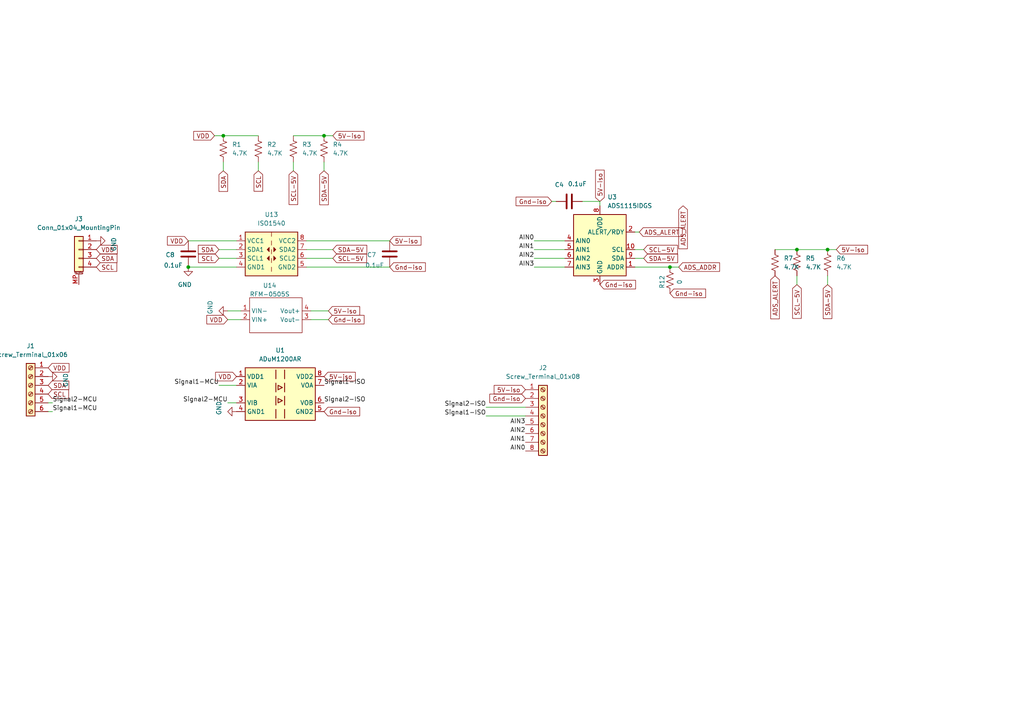
<source format=kicad_sch>
(kicad_sch (version 20250114) (generator "eeschema") (generator_version "9.0")
  (paper "A4")
  (lib_symbols
    (symbol "Analog_ADC:ADS1115IDGS"
      (property "Reference" "U" (at 2.54 13.97 0))
      (property "Value" "ADS1115IDGS" (at 7.62 11.43 0))
      (symbol "ADS1115IDGS_0_1"
        (rectangle (start -7.62 10.16) (end 7.62 -7.62) (stroke (width 0.254)) (fill (type background)))
      )
      (symbol "ADS1115IDGS_1_1"
        (pin input line (at -10.16 2.54 0) (length 2.54) (name "AIN0") (number "4"))
        (pin input line (at -10.16 0 0) (length 2.54) (name "AIN1") (number "5"))
        (pin input line (at -10.16 -2.54 0) (length 2.54) (name "AIN2") (number "6"))
        (pin input line (at -10.16 -5.08 0) (length 2.54) (name "AIN3") (number "7"))
        (pin power_in line (at 0 12.7 270) (length 2.54) (name "VDD") (number "8"))
        (pin power_in line (at 0 -10.16 90) (length 2.54) (name "GND") (number "3"))
        (pin output line (at 10.16 5.08 180) (length 2.54) (name "ALERT/RDY") (number "2"))
        (pin input line (at 10.16 0 180) (length 2.54) (name "SCL") (number "10"))
        (pin bidirectional line (at 10.16 -2.54 180) (length 2.54) (name "SDA") (number "9"))
        (pin input line (at 10.16 -5.08 180) (length 2.54) (name "ADDR") (number "1"))
      )
    )
    (symbol "Connector:Screw_Terminal_01x06" (pin_names (offset 1.016) (hide yes))
      (property "Reference" "J" (at 0 7.62 0))
      (property "Value" "Screw_Terminal_01x06" (at 0 -10.16 0))
      (symbol "Screw_Terminal_01x06_1_1"
        (rectangle (start -1.27 6.35) (end 1.27 -8.89) (stroke (width 0.254)) (fill (type background)))
        (polyline (pts (xy -0.5334 5.4102) (xy 0.3302 4.572)) (stroke (width 0.1524)))
        (polyline (pts (xy -0.5334 2.8702) (xy 0.3302 2.032)) (stroke (width 0.1524)))
        (polyline (pts (xy -0.5334 0.3302) (xy 0.3302 -0.508)) (stroke (width 0.1524)))
        (polyline (pts (xy -0.5334 -2.2098) (xy 0.3302 -3.048)) (stroke (width 0.1524)))
        (polyline (pts (xy -0.5334 -4.7498) (xy 0.3302 -5.588)) (stroke (width 0.1524)))
        (polyline (pts (xy -0.5334 -7.2898) (xy 0.3302 -8.128)) (stroke (width 0.1524)))
        (polyline (pts (xy -0.3556 5.588) (xy 0.508 4.7498)) (stroke (width 0.1524)))
        (polyline (pts (xy -0.3556 3.048) (xy 0.508 2.2098)) (stroke (width 0.1524)))
        (polyline (pts (xy -0.3556 0.508) (xy 0.508 -0.3302)) (stroke (width 0.1524)))
        (polyline (pts (xy -0.3556 -2.032) (xy 0.508 -2.8702)) (stroke (width 0.1524)))
        (polyline (pts (xy -0.3556 -4.572) (xy 0.508 -5.4102)) (stroke (width 0.1524)))
        (polyline (pts (xy -0.3556 -7.112) (xy 0.508 -7.9502)) (stroke (width 0.1524)))
        (circle (center 0 5.08) (radius 0.635) (stroke (width 0.1524)))
        (circle (center 0 2.54) (radius 0.635) (stroke (width 0.1524)))
        (circle (center 0 0) (radius 0.635) (stroke (width 0.1524)))
        (circle (center 0 -2.54) (radius 0.635) (stroke (width 0.1524)))
        (circle (center 0 -5.08) (radius 0.635) (stroke (width 0.1524)))
        (circle (center 0 -7.62) (radius 0.635) (stroke (width 0.1524)))
        (pin passive line (at -5.08 5.08 0) (length 3.81) (name "Pin_1") (number "1"))
        (pin passive line (at -5.08 2.54 0) (length 3.81) (name "Pin_2") (number "2"))
        (pin passive line (at -5.08 0 0) (length 3.81) (name "Pin_3") (number "3"))
        (pin passive line (at -5.08 -2.54 0) (length 3.81) (name "Pin_4") (number "4"))
        (pin passive line (at -5.08 -5.08 0) (length 3.81) (name "Pin_5") (number "5"))
        (pin passive line (at -5.08 -7.62 0) (length 3.81) (name "Pin_6") (number "6"))
      )
    )
    (symbol "Connector:Screw_Terminal_01x08" (pin_names (offset 1.016) (hide yes))
      (property "Reference" "J" (at 0 10.16 0))
      (property "Value" "Screw_Terminal_01x08" (at 0 -12.7 0))
      (symbol "Screw_Terminal_01x08_1_1"
        (rectangle (start -1.27 8.89) (end 1.27 -11.43) (stroke (width 0.254)) (fill (type background)))
        (polyline (pts (xy -0.5334 7.9502) (xy 0.3302 7.112)) (stroke (width 0.1524)))
        (polyline (pts (xy -0.5334 5.4102) (xy 0.3302 4.572)) (stroke (width 0.1524)))
        (polyline (pts (xy -0.5334 2.8702) (xy 0.3302 2.032)) (stroke (width 0.1524)))
        (polyline (pts (xy -0.5334 0.3302) (xy 0.3302 -0.508)) (stroke (width 0.1524)))
        (polyline (pts (xy -0.5334 -2.2098) (xy 0.3302 -3.048)) (stroke (width 0.1524)))
        (polyline (pts (xy -0.5334 -4.7498) (xy 0.3302 -5.588)) (stroke (width 0.1524)))
        (polyline (pts (xy -0.5334 -7.2898) (xy 0.3302 -8.128)) (stroke (width 0.1524)))
        (polyline (pts (xy -0.5334 -9.8298) (xy 0.3302 -10.668)) (stroke (width 0.1524)))
        (polyline (pts (xy -0.3556 8.128) (xy 0.508 7.2898)) (stroke (width 0.1524)))
        (polyline (pts (xy -0.3556 5.588) (xy 0.508 4.7498)) (stroke (width 0.1524)))
        (polyline (pts (xy -0.3556 3.048) (xy 0.508 2.2098)) (stroke (width 0.1524)))
        (polyline (pts (xy -0.3556 0.508) (xy 0.508 -0.3302)) (stroke (width 0.1524)))
        (polyline (pts (xy -0.3556 -2.032) (xy 0.508 -2.8702)) (stroke (width 0.1524)))
        (polyline (pts (xy -0.3556 -4.572) (xy 0.508 -5.4102)) (stroke (width 0.1524)))
        (polyline (pts (xy -0.3556 -7.112) (xy 0.508 -7.9502)) (stroke (width 0.1524)))
        (polyline (pts (xy -0.3556 -9.652) (xy 0.508 -10.4902)) (stroke (width 0.1524)))
        (circle (center 0 7.62) (radius 0.635) (stroke (width 0.1524)))
        (circle (center 0 5.08) (radius 0.635) (stroke (width 0.1524)))
        (circle (center 0 2.54) (radius 0.635) (stroke (width 0.1524)))
        (circle (center 0 0) (radius 0.635) (stroke (width 0.1524)))
        (circle (center 0 -2.54) (radius 0.635) (stroke (width 0.1524)))
        (circle (center 0 -5.08) (radius 0.635) (stroke (width 0.1524)))
        (circle (center 0 -7.62) (radius 0.635) (stroke (width 0.1524)))
        (circle (center 0 -10.16) (radius 0.635) (stroke (width 0.1524)))
        (pin passive line (at -5.08 7.62 0) (length 3.81) (name "Pin_1") (number "1"))
        (pin passive line (at -5.08 5.08 0) (length 3.81) (name "Pin_2") (number "2"))
        (pin passive line (at -5.08 2.54 0) (length 3.81) (name "Pin_3") (number "3"))
        (pin passive line (at -5.08 0 0) (length 3.81) (name "Pin_4") (number "4"))
        (pin passive line (at -5.08 -2.54 0) (length 3.81) (name "Pin_5") (number "5"))
        (pin passive line (at -5.08 -5.08 0) (length 3.81) (name "Pin_6") (number "6"))
        (pin passive line (at -5.08 -7.62 0) (length 3.81) (name "Pin_7") (number "7"))
        (pin passive line (at -5.08 -10.16 0) (length 3.81) (name "Pin_8") (number "8"))
      )
    )
    (symbol "Connector_Generic_MountingPin:Conn_01x04_MountingPin" (pin_names (offset 1.016) (hide yes))
      (property "Reference" "J" (at 0 5.08 0))
      (property "Value" "Conn_01x04_MountingPin" (at 1.27 -7.62 0))
      (symbol "Conn_01x04_MountingPin_1_1"
        (rectangle (start -1.27 3.81) (end 1.27 -6.35) (stroke (width 0.254)) (fill (type background)))
        (rectangle (start -1.27 2.667) (end 0 2.413) (stroke (width 0.1524)))
        (rectangle (start -1.27 0.127) (end 0 -0.127) (stroke (width 0.1524)))
        (rectangle (start -1.27 -2.413) (end 0 -2.667) (stroke (width 0.1524)))
        (rectangle (start -1.27 -4.953) (end 0 -5.207) (stroke (width 0.1524)))
        (polyline (pts (xy -1.016 -7.112) (xy 1.016 -7.112)) (stroke (width 0.1524)))
        (text "Mounting" (at 0 -6.731 0) (effects (font (size 0.381 0.381))))
        (pin passive line (at -5.08 2.54 0) (length 3.81) (name "Pin_1") (number "1"))
        (pin passive line (at -5.08 0 0) (length 3.81) (name "Pin_2") (number "2"))
        (pin passive line (at -5.08 -2.54 0) (length 3.81) (name "Pin_3") (number "3"))
        (pin passive line (at -5.08 -5.08 0) (length 3.81) (name "Pin_4") (number "4"))
        (pin passive line (at 0 -10.16 90) (length 3.048) (name "MountPin") (number "MP"))
      )
    )
    (symbol "CustomAdded:RFM_0505"
      (property "Reference" "U" (at 0 0 0))
      (property "Value" "RFM-0505S" (at 0 0 0))
      (symbol "RFM_0505_0_1"
        (rectangle (start 1.27 -1.27) (end 16.51 -11.43))
      )
      (symbol "RFM_0505_1_1"
        (pin power_in line (at -1.27 -5.08 0) (length 2.54) (name "VIN-") (number "1"))
        (pin power_in line (at -1.27 -7.62 0) (length 2.54) (name "VIN+") (number "2"))
        (pin power_out line (at 19.05 -5.08 180) (length 2.54) (name "Vout+") (number "4"))
        (pin power_out line (at 19.05 -7.62 180) (length 2.54) (name "Vout-") (number "3"))
      )
    )
    (symbol "Device:C" (pin_numbers (hide yes)) (pin_names (offset 0.254))
      (property "Reference" "C" (at 0.635 2.54 0))
      (property "Value" "C" (at 0.635 -2.54 0))
      (symbol "C_0_1"
        (polyline (pts (xy -2.032 0.762) (xy 2.032 0.762)) (stroke (width 0.508)))
        (polyline (pts (xy -2.032 -0.762) (xy 2.032 -0.762)) (stroke (width 0.508)))
      )
      (symbol "C_1_1"
        (pin passive line (at 0 3.81 270) (length 2.794) (name "~") (number "1"))
        (pin passive line (at 0 -3.81 90) (length 2.794) (name "~") (number "2"))
      )
    )
    (symbol "Device:R_US" (pin_numbers (hide yes)) (pin_names (offset 0))
      (property "Reference" "R" (at 2.54 0 90))
      (property "Value" "R_US" (at -2.54 0 90))
      (symbol "R_US_0_1"
        (polyline (pts (xy 0 2.286) (xy 0 2.54)))
        (polyline (pts (xy 0 2.286) (xy 1.016 1.905) (xy 0 1.524) (xy -1.016 1.143) (xy 0 0.762)))
        (polyline (pts (xy 0 0.762) (xy 1.016 0.381) (xy 0 0) (xy -1.016 -0.381) (xy 0 -0.762)))
        (polyline (pts (xy 0 -0.762) (xy 1.016 -1.143) (xy 0 -1.524) (xy -1.016 -1.905) (xy 0 -2.286)))
        (polyline (pts (xy 0 -2.286) (xy 0 -2.54)))
      )
      (symbol "R_US_1_1"
        (pin passive line (at 0 3.81 270) (length 1.27) (name "~") (number "1"))
        (pin passive line (at 0 -3.81 90) (length 1.27) (name "~") (number "2"))
      )
    )
    (symbol "Isolator:ADuM1200AR"
      (property "Reference" "U" (at -10.16 8.89 0))
      (property "Value" "ADuM1200AR" (at -2.032 8.89 0))
      (symbol "ADuM1200AR_0_1"
        (rectangle (start -10.16 7.62) (end 10.16 -7.62) (stroke (width 0.254)) (fill (type background)))
        (polyline (pts (xy -1.27 6.985) (xy -1.27 4.445)) (stroke (width 0.254)))
        (polyline (pts (xy -1.27 3.175) (xy -1.27 0.635)) (stroke (width 0.254)))
        (polyline (pts (xy -1.27 -0.635) (xy -1.27 -3.175)) (stroke (width 0.254)))
        (polyline (pts (xy -1.27 -4.445) (xy -1.27 -6.985)) (stroke (width 0.254)))
        (polyline (pts (xy -0.635 1.27) (xy 0.635 1.905) (xy -0.635 2.54) (xy -0.635 1.27)) (stroke (width 0.254)))
        (polyline (pts (xy -0.635 -1.27) (xy -0.635 -2.54) (xy 0.635 -1.905) (xy -0.635 -1.27)) (stroke (width 0.254)))
        (polyline (pts (xy 1.27 6.985) (xy 1.27 4.445)) (stroke (width 0.254)))
        (polyline (pts (xy 1.27 3.175) (xy 1.27 0.635)) (stroke (width 0.254)))
        (polyline (pts (xy 1.27 -0.635) (xy 1.27 -3.175)) (stroke (width 0.254)))
        (polyline (pts (xy 1.27 -4.445) (xy 1.27 -6.985)) (stroke (width 0.254)))
      )
      (symbol "ADuM1200AR_1_1"
        (pin power_in line (at -12.7 5.08 0) (length 2.54) (name "VDD1") (number "1"))
        (pin input line (at -12.7 2.54 0) (length 2.54) (name "VIA") (number "2"))
        (pin input line (at -12.7 -2.54 0) (length 2.54) (name "VIB") (number "3"))
        (pin power_in line (at -12.7 -5.08 0) (length 2.54) (name "GND1") (number "4"))
        (pin power_in line (at 12.7 5.08 180) (length 2.54) (name "VDD2") (number "8"))
        (pin output line (at 12.7 2.54 180) (length 2.54) (name "VOA") (number "7"))
        (pin output line (at 12.7 -2.54 180) (length 2.54) (name "VOB") (number "6"))
        (pin power_in line (at 12.7 -5.08 180) (length 2.54) (name "GND2") (number "5"))
      )
    )
    (symbol "Isolator:ISO1540"
      (property "Reference" "U" (at -6.35 6.35 0))
      (property "Value" "ISO1540" (at 3.81 6.35 0))
      (symbol "ISO1540_0_1"
        (rectangle (start -7.62 5.08) (end 7.62 -7.62) (stroke (width 0.254)) (fill (type background)))
        (polyline (pts (xy -0.635 0.635) (xy -1.27 0) (xy -0.635 -0.635) (xy -0.635 0.635)) (fill (type outline)))
        (polyline (pts (xy 0 5.08) (xy 0 3.81)))
        (polyline (pts (xy 0 2.54) (xy 0 1.27)))
        (polyline (pts (xy 0 0) (xy 0 -1.27)))
        (polyline (pts (xy 0 -2.54) (xy 0 -3.81)))
        (rectangle (start 0 -5.08) (end 0 -6.35))
        (polyline (pts (xy 0.635 0.635) (xy 1.27 0) (xy 0.635 -0.635) (xy 0.635 0.635)) (fill (type outline)))
        (polyline (pts (xy 0.635 -1.905) (xy 1.27 -2.54) (xy 0.635 -3.175) (xy 0.635 -1.905)) (fill (type outline)))
      )
      (symbol "ISO1540_1_1"
        (polyline (pts (xy -0.635 -1.905) (xy -1.27 -2.54) (xy -0.635 -3.175) (xy -0.635 -1.905)) (fill (type outline)))
        (pin power_in line (at -10.16 2.54 0) (length 2.54) (name "VCC1") (number "1"))
        (pin bidirectional line (at -10.16 0 0) (length 2.54) (name "SDA1") (number "2"))
        (pin bidirectional line (at -10.16 -2.54 0) (length 2.54) (name "SCL1") (number "3"))
        (pin power_in line (at -10.16 -5.08 0) (length 2.54) (name "GND1") (number "4"))
        (pin power_in line (at 10.16 2.54 180) (length 2.54) (name "VCC2") (number "8"))
        (pin bidirectional line (at 10.16 0 180) (length 2.54) (name "SDA2") (number "7"))
        (pin bidirectional line (at 10.16 -2.54 180) (length 2.54) (name "SCL2") (number "6"))
        (pin power_in line (at 10.16 -5.08 180) (length 2.54) (name "GND2") (number "5"))
      )
    )
    (symbol "power:GND" (power) (pin_names (offset 0))
      (property "Value" "GND" (at 0 -3.81 0))
      (symbol "GND_0_1"
        (polyline (pts (xy 0 0) (xy 0 -1.27) (xy 1.27 -1.27) (xy 0 -2.54) (xy -1.27 -1.27) (xy 0 -1.27)))
      )
      (symbol "GND_1_1"
        (pin power_in line (at 0 0 270) (length 0) (hide yes) (name "GND") (number "1"))
      )
    )
  )
  (junction (at 194.31 77.47))
  (junction (at 54.61 77.47))
  (junction (at 93.98 39.37))
  (junction (at 231.14 72.39))
  (junction (at 240.03 72.39))
  (junction (at 64.77 39.37))
  (wire (pts (xy 63.5 111.76) (xy 68.58 111.76)))
  (wire (pts (xy 63.5 74.93) (xy 68.58 74.93)))
  (wire (pts (xy 154.94 69.85) (xy 163.83 69.85)))
  (wire (pts (xy 64.77 39.37) (xy 62.23 39.37)))
  (wire (pts (xy 240.03 72.39) (xy 242.57 72.39)))
  (wire (pts (xy 93.98 49.53) (xy 93.98 46.99)))
  (wire (pts (xy 154.94 77.47) (xy 163.83 77.47)))
  (wire (pts (xy 63.5 72.39) (xy 68.58 72.39)))
  (wire (pts (xy 240.03 82.55) (xy 240.03 80.01)))
  (wire (pts (xy 66.04 92.71) (xy 69.85 92.71)))
  (wire (pts (xy 88.9 72.39) (xy 96.52 72.39)))
  (wire (pts (xy 93.98 39.37) (xy 96.52 39.37)))
  (wire (pts (xy 88.9 77.47) (xy 113.03 77.47)))
  (wire (pts (xy 54.61 77.47) (xy 68.58 77.47)))
  (wire (pts (xy 173.99 58.42) (xy 168.91 58.42)))
  (wire (pts (xy 185.42 67.31) (xy 184.15 67.31)))
  (wire (pts (xy 88.9 69.85) (xy 113.03 69.85)))
  (wire (pts (xy 140.97 118.11) (xy 152.4 118.11)))
  (wire (pts (xy 154.94 74.93) (xy 163.83 74.93)))
  (wire (pts (xy 196.85 77.47) (xy 194.31 77.47)))
  (wire (pts (xy 173.99 58.42) (xy 173.99 59.69)))
  (wire (pts (xy 74.93 46.99) (xy 74.93 49.53)))
  (wire (pts (xy 66.04 116.84) (xy 68.58 116.84)))
  (wire (pts (xy 15.24 116.84) (xy 13.97 116.84)))
  (wire (pts (xy 184.15 74.93) (xy 186.69 74.93)))
  (wire (pts (xy 224.79 72.39) (xy 231.14 72.39)))
  (wire (pts (xy 184.15 72.39) (xy 186.69 72.39)))
  (wire (pts (xy 85.09 49.53) (xy 85.09 46.99)))
  (wire (pts (xy 66.04 90.17) (xy 69.85 90.17)))
  (wire (pts (xy 231.14 82.55) (xy 231.14 80.01)))
  (wire (pts (xy 88.9 74.93) (xy 96.52 74.93)))
  (wire (pts (xy 64.77 49.53) (xy 64.77 46.99)))
  (wire (pts (xy 231.14 72.39) (xy 240.03 72.39)))
  (wire (pts (xy 140.97 120.65) (xy 152.4 120.65)))
  (wire (pts (xy 161.29 58.42) (xy 160.02 58.42)))
  (wire (pts (xy 90.17 92.71) (xy 95.25 92.71)))
  (wire (pts (xy 54.61 69.85) (xy 68.58 69.85)))
  (wire (pts (xy 154.94 72.39) (xy 163.83 72.39)))
  (wire (pts (xy 184.15 77.47) (xy 194.31 77.47)))
  (wire (pts (xy 85.09 39.37) (xy 93.98 39.37)))
  (wire (pts (xy 64.77 39.37) (xy 74.93 39.37)))
  (wire (pts (xy 90.17 90.17) (xy 95.25 90.17)))
  (wire (pts (xy 15.24 119.38) (xy 13.97 119.38)))
  (label "Signal1-ISO" (at 93.98 111.76 0))
  (label "AIN3" (at 154.94 77.47 180))
  (label "AIN0" (at 152.4 130.81 180))
  (label "AIN1" (at 152.4 128.27 180))
  (label "AIN0" (at 154.94 69.85 180))
  (label "AIN3" (at 152.4 123.19 180))
  (label "Signal2-MCU" (at 66.04 116.84 180))
  (label "Signal1-MCU" (at 15.24 119.38 0))
  (label "AIN2" (at 154.94 74.93 180))
  (label "Signal2-ISO" (at 140.97 118.11 180))
  (label "AIN2" (at 152.4 125.73 180))
  (label "Signal2-MCU" (at 15.24 116.84 0))
  (label "Signal2-ISO" (at 93.98 116.84 0))
  (label "Signal1-ISO" (at 140.97 120.65 180))
  (label "Signal1-MCU" (at 63.5 111.76 180))
  (label "AIN1" (at 154.94 72.39 180))
  (global_label "Gnd-iso" (shape input) (at 93.98 119.38 0) (property "Intersheetrefs" "${INTERSHEET_REFS}" (effects (hide yes))))
  (global_label "SCL" (shape input) (at 63.5 74.93 180) (property "Intersheetrefs" "${INTERSHEET_REFS}" (effects (hide yes))))
  (global_label "SCL" (shape input) (at 13.97 114.3 0) (property "Intersheetrefs" "${INTERSHEET_REFS}" (effects (hide yes))))
  (global_label "VDD" (shape input) (at 54.61 69.85 180) (property "Intersheetrefs" "${INTERSHEET_REFS}" (effects (hide yes))))
  (global_label "ADS_ADDR" (shape input) (at 196.85 77.47 0) (property "Intersheetrefs" "${INTERSHEET_REFS}" (effects (hide yes))))
  (global_label "SCL-5V" (shape input) (at 96.52 74.93 0) (property "Intersheetrefs" "${INTERSHEET_REFS}" (effects (hide yes))))
  (global_label "VDD" (shape input) (at 66.04 92.71 180) (property "Intersheetrefs" "${INTERSHEET_REFS}" (effects (hide yes))))
  (global_label "VDD" (shape input) (at 62.23 39.37 180) (property "Intersheetrefs" "${INTERSHEET_REFS}" (effects (hide yes))))
  (global_label "SCL-5V" (shape input) (at 85.09 49.53 270) (property "Intersheetrefs" "${INTERSHEET_REFS}" (effects (hide yes))))
  (global_label "5V-iso" (shape input) (at 113.03 69.85 0) (property "Intersheetrefs" "${INTERSHEET_REFS}" (effects (hide yes))))
  (global_label "SDA-5V" (shape input) (at 240.03 82.55 270) (property "Intersheetrefs" "${INTERSHEET_REFS}" (effects (hide yes))))
  (global_label "SDA" (shape input) (at 27.94 74.93 0) (property "Intersheetrefs" "${INTERSHEET_REFS}" (effects (hide yes))))
  (global_label "Gnd-iso" (shape input) (at 152.4 115.57 180) (property "Intersheetrefs" "${INTERSHEET_REFS}" (effects (hide yes))))
  (global_label "Gnd-iso" (shape input) (at 173.99 82.55 0) (property "Intersheetrefs" "${INTERSHEET_REFS}" (effects (hide yes))))
  (global_label "Gnd-iso" (shape input) (at 160.02 58.42 180) (property "Intersheetrefs" "${INTERSHEET_REFS}" (effects (hide yes))))
  (global_label "5V-iso" (shape input) (at 242.57 72.39 0) (property "Intersheetrefs" "${INTERSHEET_REFS}" (effects (hide yes))))
  (global_label "5V-iso" (shape input) (at 152.4 113.03 180) (property "Intersheetrefs" "${INTERSHEET_REFS}" (effects (hide yes))))
  (global_label "SDA" (shape input) (at 13.97 111.76 0) (property "Intersheetrefs" "${INTERSHEET_REFS}" (effects (hide yes))))
  (global_label "SDA-5V" (shape input) (at 96.52 72.39 0) (property "Intersheetrefs" "${INTERSHEET_REFS}" (effects (hide yes))))
  (global_label "VDD" (shape input) (at 68.58 109.22 180) (property "Intersheetrefs" "${INTERSHEET_REFS}" (effects (hide yes))))
  (global_label "SCL-5V" (shape input) (at 231.14 82.55 270) (property "Intersheetrefs" "${INTERSHEET_REFS}" (effects (hide yes))))
  (global_label "VDD" (shape input) (at 13.97 106.68 0) (property "Intersheetrefs" "${INTERSHEET_REFS}" (effects (hide yes))))
  (global_label "SCL" (shape input) (at 74.93 49.53 270) (property "Intersheetrefs" "${INTERSHEET_REFS}" (effects (hide yes))))
  (global_label "VDD" (shape input) (at 27.94 72.39 0) (property "Intersheetrefs" "${INTERSHEET_REFS}" (effects (hide yes))))
  (global_label "Gnd-iso" (shape input) (at 194.31 85.09 0) (property "Intersheetrefs" "${INTERSHEET_REFS}" (effects (hide yes))))
  (global_label "ADS_ALERT" (shape input) (at 198.12 59.69 270) (property "Intersheetrefs" "${INTERSHEET_REFS}" (effects (hide yes))))
  (global_label "Gnd-iso" (shape input) (at 95.25 92.71 0) (property "Intersheetrefs" "${INTERSHEET_REFS}" (effects (hide yes))))
  (global_label "SDA-5V" (shape input) (at 186.69 74.93 0) (property "Intersheetrefs" "${INTERSHEET_REFS}" (effects (hide yes))))
  (global_label "Gnd-iso" (shape input) (at 113.03 77.47 0) (property "Intersheetrefs" "${INTERSHEET_REFS}" (effects (hide yes))))
  (global_label "5V-iso" (shape input) (at 95.25 90.17 0) (property "Intersheetrefs" "${INTERSHEET_REFS}" (effects (hide yes))))
  (global_label "5V-iso" (shape input) (at 173.99 58.42 90) (property "Intersheetrefs" "${INTERSHEET_REFS}" (effects (hide yes))))
  (global_label "SCL" (shape input) (at 27.94 77.47 0) (property "Intersheetrefs" "${INTERSHEET_REFS}" (effects (hide yes))))
  (global_label "SDA-5V" (shape input) (at 93.98 49.53 270) (property "Intersheetrefs" "${INTERSHEET_REFS}" (effects (hide yes))))
  (global_label "SDA" (shape input) (at 64.77 49.53 270) (property "Intersheetrefs" "${INTERSHEET_REFS}" (effects (hide yes))))
  (global_label "SDA" (shape input) (at 63.5 72.39 180) (property "Intersheetrefs" "${INTERSHEET_REFS}" (effects (hide yes))))
  (global_label "ADS_ALERT" (shape input) (at 224.79 80.01 270) (property "Intersheetrefs" "${INTERSHEET_REFS}" (effects (hide yes))))
  (global_label "5V-iso" (shape input) (at 96.52 39.37 0) (property "Intersheetrefs" "${INTERSHEET_REFS}" (effects (hide yes))))
  (global_label "ADS_ALERT" (shape input) (at 185.42 67.31 0) (property "Intersheetrefs" "${INTERSHEET_REFS}" (effects (hide yes))))
  (global_label "SCL-5V" (shape input) (at 186.69 72.39 0) (property "Intersheetrefs" "${INTERSHEET_REFS}" (effects (hide yes))))
  (global_label "5V-iso" (shape input) (at 93.98 109.22 0) (property "Intersheetrefs" "${INTERSHEET_REFS}" (effects (hide yes))))
  (symbol (lib_id "Connector:Screw_Terminal_01x06") (at 8.89 111.76 0) (mirror y) (unit 1)
    (property "Reference" "J1" (at 8.89 100.33 0))
    (property "Value" "Screw_Terminal_01x06" (at 8.89 102.87 0))
    (property "Footprint" "Connector_PinHeader_2.54mm:PinHeader_1x06_P2.54mm_Vertical" (effects (hide yes)))
    (property "Description" "Generic screw terminal, single row, 01x06, script generated (kicad-library-utils/schlib/autogen/connector/)" (effects (hide yes)))
  )
  (symbol (lib_id "CustomAdded:RFM_0505") (at 71.12 85.09 0) (unit 1)
    (property "Reference" "U14" (at 78.232 82.804 0))
    (property "Value" "RFM-0505S" (at 78.232 85.344 0))
    (property "Footprint" "Library:XP SCT01F03S05" (effects (hide yes)))
  )
  (symbol (lib_id "power:GND") (at 68.58 119.38 270) (unit 1)
    (property "Reference" "#PWR01" (effects (hide yes)))
    (property "Value" "GND" (at 63.5 118.364 0))
    (property "Description" "Power symbol creates a global label with name \"GND\" , ground" (effects (hide yes)))
  )
  (symbol (lib_id "Analog_ADC:ADS1115IDGS") (at 173.99 72.39 0) (unit 1)
    (property "Reference" "U3" (at 176.1841 57.15 0) (effects (justify left)))
    (property "Value" "ADS1115IDGS" (at 176.1841 59.69 0) (effects (justify left)))
    (property "Footprint" "Package_SO:TSSOP-10_3x3mm_P0.5mm" (effects (hide yes)))
    (property "Datasheet" "http://www.ti.com/lit/ds/symlink/ads1113.pdf" (effects (hide yes)))
    (property "Description" "Ultra-Small, Low-Power, I2C-Compatible, 860-SPS, 16-Bit ADCs With Internal Reference, Oscillator, and Programmable Comparator, VSSOP-10" (effects (hide yes)))
    (property "ValueTemp" "ADS1115IDGS" (effects (hide yes)))
  )
  (symbol (lib_id "Device:R_US") (at 240.03 76.2 0) (unit 1)
    (property "Reference" "R6" (at 242.57 74.9299 0) (effects (justify left)))
    (property "Value" "4.7K" (at 242.57 77.4699 0) (effects (justify left)))
    (property "Footprint" "Resistor_SMD:R_0805_2012Metric_Pad1.20x1.40mm_HandSolder" (effects (hide yes)))
    (property "Description" "Resistor, US symbol" (effects (hide yes)))
  )
  (symbol (lib_id "Device:R_US") (at 74.93 43.18 0) (unit 1)
    (property "Reference" "R2" (at 77.47 41.9099 0) (effects (justify left)))
    (property "Value" "4.7K" (at 77.47 44.4499 0) (effects (justify left)))
    (property "Footprint" "Resistor_SMD:R_0805_2012Metric_Pad1.20x1.40mm_HandSolder" (effects (hide yes)))
    (property "Description" "Resistor, US symbol" (effects (hide yes)))
  )
  (symbol (lib_id "power:GND") (at 66.04 90.17 270) (unit 1)
    (property "Reference" "#PWR025" (effects (hide yes)))
    (property "Value" "GND" (at 60.96 89.154 0))
    (property "Description" "Power symbol creates a global label with name \"GND\" , ground" (effects (hide yes)))
  )
  (symbol (lib_id "Connector_Generic_MountingPin:Conn_01x04_MountingPin") (at 22.86 72.39 0) (mirror y) (unit 1)
    (property "Reference" "J3" (at 22.86 63.5 0))
    (property "Value" "Conn_01x04_MountingPin" (at 22.86 66.04 0))
    (property "Footprint" "Connector_JST:JST_SH_SM04B-SRSS-TB_1x04-1MP_P1.00mm_Horizontal" (effects (hide yes)))
    (property "Description" "Generic connectable mounting pin connector, single row, 01x04, script generated (kicad-library-utils/schlib/autogen/connector/)" (effects (hide yes)))
  )
  (symbol (lib_id "Connector:Screw_Terminal_01x08") (at 157.48 120.65 0) (unit 1)
    (property "Reference" "J2" (at 157.48 106.68 0))
    (property "Value" "Screw_Terminal_01x08" (at 157.48 109.22 0))
    (property "Footprint" "Connector_PinHeader_2.54mm:PinHeader_1x08_P2.54mm_Vertical" (effects (hide yes)))
    (property "Description" "Generic screw terminal, single row, 01x08, script generated (kicad-library-utils/schlib/autogen/connector/)" (effects (hide yes)))
  )
  (symbol (lib_id "Device:R_US") (at 64.77 43.18 0) (unit 1)
    (property "Reference" "R1" (at 67.31 41.9099 0) (effects (justify left)))
    (property "Value" "4.7K" (at 67.31 44.4499 0) (effects (justify left)))
    (property "Footprint" "Resistor_SMD:R_0805_2012Metric_Pad1.20x1.40mm_HandSolder" (effects (hide yes)))
    (property "Description" "Resistor, US symbol" (effects (hide yes)))
  )
  (symbol (lib_id "Device:R_US") (at 194.31 81.28 0) (unit 1)
    (property "Reference" "R12" (at 192.024 81.788 90))
    (property "Value" "0" (at 197.104 81.788 90))
    (property "Footprint" "Resistor_SMD:R_0805_2012Metric_Pad1.20x1.40mm_HandSolder" (effects (hide yes)))
    (property "Description" "Resistor, US symbol" (effects (hide yes)))
    (property "Function" "BJTCurrentLimit1" (effects (hide yes)))
  )
  (symbol (lib_id "Device:R_US") (at 93.98 43.18 0) (unit 1)
    (property "Reference" "R4" (at 96.52 41.9099 0) (effects (justify left)))
    (property "Value" "4.7K" (at 96.52 44.4499 0) (effects (justify left)))
    (property "Footprint" "Resistor_SMD:R_0805_2012Metric_Pad1.20x1.40mm_HandSolder" (effects (hide yes)))
    (property "Description" "Resistor, US symbol" (effects (hide yes)))
  )
  (symbol (lib_id "Isolator:ISO1540") (at 78.74 72.39 0) (unit 1)
    (property "Reference" "U13" (at 78.74 62.23 0))
    (property "Value" "ISO1540" (at 78.74 64.77 0))
    (property "Footprint" "Package_SO:SOIC-8_3.9x4.9mm_P1.27mm" (effects (hide yes)))
    (property "Datasheet" "http://www.ti.com/lit/ds/symlink/iso1541.pdf" (effects (hide yes)))
    (property "Description" "I2C Isolator, 2.5 kVrms, Bidirectional clock and data, SOIC-8" (effects (hide yes)))
  )
  (symbol (lib_id "Device:R_US") (at 85.09 43.18 0) (unit 1)
    (property "Reference" "R3" (at 87.63 41.9099 0) (effects (justify left)))
    (property "Value" "4.7K" (at 87.63 44.4499 0) (effects (justify left)))
    (property "Footprint" "Resistor_SMD:R_0805_2012Metric_Pad1.20x1.40mm_HandSolder" (effects (hide yes)))
    (property "Description" "Resistor, US symbol" (effects (hide yes)))
  )
  (symbol (lib_id "power:GND") (at 27.94 69.85 90) (unit 1)
    (property "Reference" "#PWR03" (effects (hide yes)))
    (property "Value" "GND" (at 33.02 70.866 0))
    (property "Description" "Power symbol creates a global label with name \"GND\" , ground" (effects (hide yes)))
  )
  (symbol (lib_id "power:GND") (at 54.61 77.47 0) (unit 1)
    (property "Reference" "#PWR026" (effects (hide yes)))
    (property "Value" "GND" (at 53.594 82.55 0))
    (property "Description" "Power symbol creates a global label with name \"GND\" , ground" (effects (hide yes)))
  )
  (symbol (lib_id "power:GND") (at 13.97 109.22 90) (unit 1)
    (property "Reference" "#PWR02" (effects (hide yes)))
    (property "Value" "GND" (at 19.05 110.236 0))
    (property "Description" "Power symbol creates a global label with name \"GND\" , ground" (effects (hide yes)))
  )
  (symbol (lib_id "Device:C") (at 165.1 58.42 90) (unit 1)
    (property "Reference" "C4" (at 163.576 53.594 90) (effects (justify left)))
    (property "Value" "0.1uF" (at 170.18 53.34 90) (effects (justify left)))
    (property "Footprint" "Capacitor_SMD:C_0805_2012Metric_Pad1.18x1.45mm_HandSolder" (effects (hide yes)))
    (property "Description" "Unpolarized capacitor" (effects (hide yes)))
    (property "Function" "ADS Vdd Input Filter" (effects (hide yes)))
  )
  (symbol (lib_id "Device:R_US") (at 224.79 76.2 0) (unit 1)
    (property "Reference" "R7" (at 227.33 74.9299 0) (effects (justify left)))
    (property "Value" "4.7K" (at 227.33 77.4699 0) (effects (justify left)))
    (property "Footprint" "Resistor_SMD:R_0805_2012Metric_Pad1.20x1.40mm_HandSolder" (effects (hide yes)))
    (property "Description" "Resistor, US symbol" (effects (hide yes)))
  )
  (symbol (lib_id "Device:R_US") (at 231.14 76.2 0) (unit 1)
    (property "Reference" "R5" (at 233.68 74.9299 0) (effects (justify left)))
    (property "Value" "4.7K" (at 233.68 77.4699 0) (effects (justify left)))
    (property "Footprint" "Resistor_SMD:R_0805_2012Metric_Pad1.20x1.40mm_HandSolder" (effects (hide yes)))
    (property "Description" "Resistor, US symbol" (effects (hide yes)))
  )
  (symbol (lib_id "Isolator:ADuM1200AR") (at 81.28 114.3 0) (unit 1)
    (property "Reference" "U1" (at 81.28 101.6 0))
    (property "Value" "ADuM1200AR" (at 81.28 104.14 0))
    (property "Footprint" "Package_SO:SOIC-8_3.9x4.9mm_P1.27mm" (effects (hide yes)))
    (property "Datasheet" "https://www.analog.com/media/en/technical-documentation/data-sheets/ADuM1200_1201.pdf" (effects (hide yes)))
    (property "Description" "Dual-channel digital isolator, Bidirectional communication, 3V/5V level translation, SOIC-8" (effects (hide yes)))
  )
  (symbol (lib_id "Device:C") (at 54.61 73.66 0) (unit 1)
    (property "Reference" "C8" (at 48.006 73.914 0) (effects (justify left)))
    (property "Value" "0.1uF" (at 47.498 76.962 0) (effects (justify left)))
    (property "Footprint" "Capacitor_SMD:C_0805_2012Metric_Pad1.18x1.45mm_HandSolder" (effects (hide yes)))
    (property "Description" "Unpolarized capacitor" (effects (hide yes)))
    (property "ValueTemp" "2.2uF Unpolarized" (effects (hide yes)))
    (property "Function" "R Circuit Smoothing" (effects (hide yes)))
  )
  (symbol (lib_id "Device:C") (at 113.03 73.66 0) (unit 1)
    (property "Reference" "C7" (at 106.426 73.914 0) (effects (justify left)))
    (property "Value" "0.1uF" (at 105.918 76.962 0) (effects (justify left)))
    (property "Footprint" "Capacitor_SMD:C_0805_2012Metric_Pad1.18x1.45mm_HandSolder" (effects (hide yes)))
    (property "Description" "Unpolarized capacitor" (effects (hide yes)))
    (property "ValueTemp" "2.2uF Unpolarized" (effects (hide yes)))
    (property "Function" "R Circuit Smoothing" (effects (hide yes)))
  )
)
</source>
